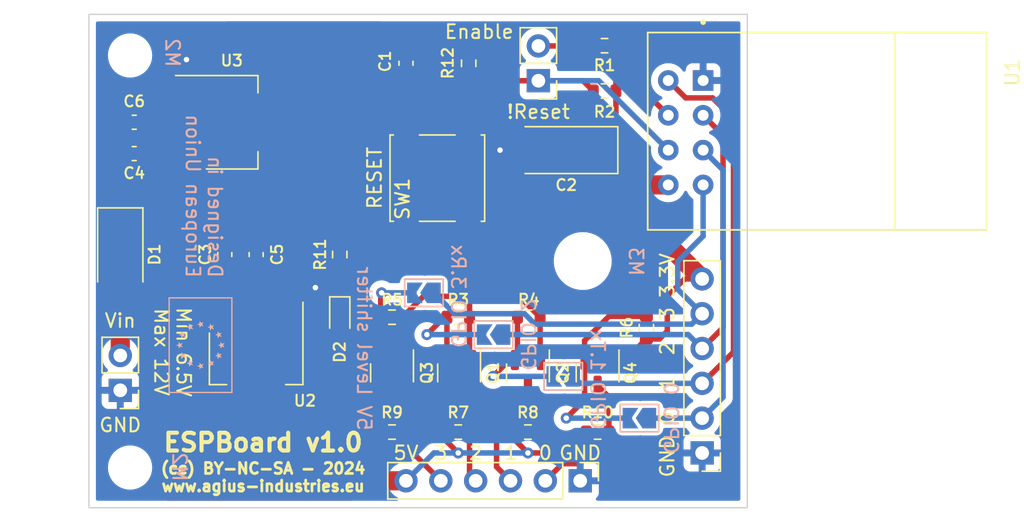
<source format=kicad_pcb>
(kicad_pcb (version 20211014) (generator pcbnew)
  (layers (0 "F.Cu" signal) (31 "B.Cu" signal) (34 "B.Paste" user) (35 "F.Paste" user) (36 "B.SilkS" user "B.Silkscreen") (37 "F.SilkS" user "F.Silkscreen") (38 "B.Mask" user) (39 "F.Mask" user) (44 "Edge.Cuts" user))
  (net 0 "")
  (net 1 "Net-(C1-Pad1)")
  (net 2 "GND")
  (net 3 "+3.3V")
  (net 4 "VCC")
  (net 5 "+5V")
  (net 6 "Net-(D1-Pad2)")
  (net 7 "Net-(D2-Pad1)")
  (net 8 "Net-(J1-Pad2)")
  (net 9 "Net-(J2-Pad2)")
  (net 10 "Net-(J2-Pad3)")
  (net 11 "Net-(J2-Pad4)")
  (net 12 "Net-(J2-Pad5)")
  (net 13 "Net-(J3-Pad2)")
  (net 14 "Net-(J3-Pad3)")
  (net 15 "Net-(J3-Pad4)")
  (net 16 "Net-(J3-Pad5)")
  (net 17 "Net-(Q1-Pad2)")
  (net 18 "Net-(Q2-Pad2)")
  (net 19 "Net-(Q3-Pad2)")
  (net 20 "Net-(Q4-Pad2)")
  (net 21 "Net-(R12-Pad2)")
  (footprint "MountingHole:MountingHole_3.2mm_M3" (layer "F.Cu") (at 178.24 115.536)
    (fp_text reference "H3")
    (fp_text value "MountingHole_3.2mm_M3")
    (pad "" np_thru_hole circle (at 0 0) (size 3.2 3.2) (drill 3.2) (layers *.Cu *.Mask))
  )
  (footprint "ESP8266-01_ESP-01:XCVR_ESP8266-01_ESP-01" (layer "F.Cu") (at 195.326 106.172 -90)
    (fp_text reference "U1" (at -4.385 -14.235 90) (layer "F.SilkS"))
    (fp_text value "ESP8266-01_ESP-01")
    (pad "1" thru_hole rect locked (at -3.81 8.31 270) (size 1.5 1.5) (drill 0.8) (layers *.Cu *.Mask) (net 2 "GND"))
    (pad "2" thru_hole circle locked (at -1.27 8.31 270) (size 1.5 1.5) (drill 0.8) (layers *.Cu *.Mask) (net 11 "Net-(J2-Pad4)"))
    (pad "3" thru_hole circle locked (at 1.27 8.31 270) (size 1.5 1.5) (drill 0.8) (layers *.Cu *.Mask) (net 9 "Net-(J2-Pad2)"))
    (pad "4" thru_hole circle locked (at 3.81 8.31 270) (size 1.5 1.5) (drill 0.8) (layers *.Cu *.Mask) (net 12 "Net-(J2-Pad5)"))
    (pad "5" thru_hole circle locked (at -3.81 10.85 270) (size 1.5 1.5) (drill 0.8) (layers *.Cu *.Mask) (net 10 "Net-(J2-Pad3)"))
    (pad "6" thru_hole circle locked (at -1.27 10.85 270) (size 1.5 1.5) (drill 0.8) (layers *.Cu *.Mask) (net 8 "Net-(J1-Pad2)"))
    (pad "7" thru_hole circle locked (at 1.27 10.85 270) (size 1.5 1.5) (drill 0.8) (layers *.Cu *.Mask) (net 1 "Net-(C1-Pad1)"))
    (pad "8" thru_hole circle locked (at 3.81 10.85 270) (size 1.5 1.5) (drill 0.8) (layers *.Cu *.Mask) (net 3 "+3.3V"))
    (zone (net 0) (net_name "") (layer "F.Cu") (connect_pads (clearance 0)) (min_thickness 0.01)
      (keepout (tracks not_allowed) (vias not_allowed) (pads not_allowed) (copperpour not_allowed) (footprints allowed))
      (fill (thermal_gap 0.508) (thermal_bridge_width 0.508))
      (polygon (pts (xy 207.676 98.862) (xy 207.676 113.262) (xy 200.976 113.262) (xy 200.976 98.862)))
    )
  )
  (footprint "Connector_PinHeader_2.54mm:PinHeader_1x02_P2.54mm_Vertical" (layer "F.Cu") (at 175.006 102.38 180)
    (fp_text reference "J1")
    (fp_text value "Controls")
    (pad "1" thru_hole rect (at 0 0 180) (size 1.7 1.7) (drill 1) (layers *.Cu *.Mask) (net 1 "Net-(C1-Pad1)"))
    (pad "2" thru_hole oval (at 0 2.54 180) (size 1.7 1.7) (drill 1) (layers *.Cu *.Mask) (net 8 "Net-(J1-Pad2)"))
  )
  (footprint "Capacitor_SMD:C_0603_1608Metric" (layer "F.Cu") (at 145.542 105.41 180)
    (fp_text reference "C6" (at 0 1.524) (layer "F.SilkS") (effects (font (size 0.8 0.8))))
    (fp_text value "22uF")
    (pad "1" smd roundrect (at -0.775 0 180) (size 0.9 0.95) (layers "F.Cu" "F.Paste" "F.Mask") (net 3 "+3.3V"))
    (pad "2" smd roundrect (at 0.775 0 180) (size 0.9 0.95) (layers "F.Cu" "F.Paste" "F.Mask") (net 2 "GND"))
  )
  (footprint "Capacitor_SMD:C_0603_1608Metric" (layer "F.Cu") (at 165.354 101.105 -90)
    (fp_text reference "C1" (at -0.14058 1.524 -270) (layer "F.SilkS") (effects (font (size 0.8 0.8))))
    (fp_text value "100nF")
    (pad "1" smd roundrect (at -0.775 0 270) (size 0.9 0.95) (layers "F.Cu" "F.Paste" "F.Mask") (net 1 "Net-(C1-Pad1)"))
    (pad "2" smd roundrect (at 0.775 0 270) (size 0.9 0.95) (layers "F.Cu" "F.Paste" "F.Mask") (net 2 "GND"))
  )
  (footprint "Connector_PinHeader_2.54mm:PinHeader_1x02_P2.54mm_Vertical" (layer "F.Cu") (at 144.526 124.968 180)
    (fp_text reference "J4")
    (fp_text value "Input Power")
    (pad "1" thru_hole rect (at 0 0 180) (size 1.7 1.7) (drill 1) (layers *.Cu *.Mask) (net 2 "GND"))
    (pad "2" thru_hole oval (at 0 2.54 180) (size 1.7 1.7) (drill 1) (layers *.Cu *.Mask) (net 6 "Net-(D1-Pad2)"))
  )
  (footprint "Package_TO_SOT_SMD:SOT-223-3_TabPin2" (layer "F.Cu") (at 154.432 122.6435 -90)
    (fp_text reference "U2" (at 3.0865 -3.556 180) (layer "F.SilkS") (effects (font (size 0.8 0.8))))
    (fp_text value "AMS1117-5.0")
    (pad "1" smd rect (at -3.15 -2.3 270) (size 2 1.5) (layers "F.Cu" "F.Paste" "F.Mask") (net 2 "GND"))
    (pad "2" smd rect (at 3.15 0 270) (size 2 3.8) (layers "F.Cu" "F.Paste" "F.Mask") (net 5 "+5V"))
    (pad "2" smd rect (at -3.15 0 270) (size 2 1.5) (layers "F.Cu" "F.Paste" "F.Mask") (net 5 "+5V"))
    (pad "3" smd rect (at -3.15 2.3 270) (size 2 1.5) (layers "F.Cu" "F.Paste" "F.Mask") (net 4 "VCC"))
  )
  (footprint "Capacitor_Tantalum_SMD:CP_EIA-6032-28_Kemet-C" (layer "F.Cu") (at 177.038 107.442 180)
    (fp_text reference "C2" (at 0 -2.55) (layer "F.SilkS") (effects (font (size 0.8 0.8))))
    (fp_text value "220uF")
    (pad "1" smd roundrect (at -2.4625 0 180) (size 2.075 2.35) (layers "F.Cu" "F.Paste" "F.Mask") (roundrect_rratio 0.1204819277) (net 3 "+3.3V"))
    (pad "2" smd roundrect (at 2.4625 0 180) (size 2.075 2.35) (layers "F.Cu" "F.Paste" "F.Mask") (roundrect_rratio 0.1204819277) (net 2 "GND"))
  )
  (footprint "LED_SMD:LED_0603_1608Metric" (layer "F.Cu") (at 160.528 119.634 -90)
    (fp_text reference "D2" (at 2.54 0 -270) (layer "F.SilkS") (effects (font (size 0.8 0.8))))
    (fp_text value "LED Red")
    (pad "1" smd roundrect (at -0.7875 0 270) (size 0.875 0.95) (layers "F.Cu" "F.Paste" "F.Mask") (net 7 "Net-(D2-Pad1)"))
    (pad "2" smd roundrect (at 0.7875 0 270) (size 0.875 0.95) (layers "F.Cu" "F.Paste" "F.Mask") (net 5 "+5V"))
  )
  (footprint "Package_TO_SOT_SMD:SOT-23" (layer "F.Cu") (at 174.244 123.698 -90)
    (fp_text reference "Q2" (at 0 -2.54 90) (layer "F.SilkS") (effects (font (size 0.8 0.8))))
    (fp_text value "BSS138")
    (pad "1" smd roundrect (at -0.9375 -0.95 270) (size 1.475 0.6) (layers "F.Cu" "F.Paste" "F.Mask") (net 3 "+3.3V"))
    (pad "2" smd roundrect (at -0.9375 0.95 270) (size 1.475 0.6) (layers "F.Cu" "F.Paste" "F.Mask") (net 18 "Net-(Q2-Pad2)"))
    (pad "3" smd roundrect (at 0.9375 0 270) (size 1.475 0.6) (layers "F.Cu" "F.Paste" "F.Mask") (net 14 "Net-(J3-Pad3)"))
  )
  (footprint "Resistor_SMD:R_0603_1608Metric" (layer "F.Cu") (at 169.164 128.016)
    (fp_text reference "R7" (at 0 -1.43) (layer "F.SilkS") (effects (font (size 0.8 0.8))))
    (fp_text value "10k")
    (pad "1" smd roundrect (at -0.825 0) (size 0.8 0.95) (layers "F.Cu" "F.Paste" "F.Mask") (net 5 "+5V"))
    (pad "2" smd roundrect (at 0.825 0) (size 0.8 0.95) (layers "F.Cu" "F.Paste" "F.Mask") (net 15 "Net-(J3-Pad4)"))
  )
  (footprint "Resistor_SMD:R_0603_1608Metric" (layer "F.Cu") (at 169.164 119.634 180)
    (fp_text reference "R3" (at 0 1.27) (layer "F.SilkS") (effects (font (size 0.8 0.8))))
    (fp_text value "10k")
    (pad "1" smd roundrect (at -0.825 0 180) (size 0.8 0.95) (layers "F.Cu" "F.Paste" "F.Mask") (net 3 "+3.3V"))
    (pad "2" smd roundrect (at 0.825 0 180) (size 0.8 0.95) (layers "F.Cu" "F.Paste" "F.Mask") (net 17 "Net-(Q1-Pad2)"))
  )
  (footprint "MountingHole:MountingHole_2.2mm_M2" (layer "F.Cu") (at 145.24 100.536)
    (fp_text reference "H1")
    (fp_text value "MountingHole_2.2mm_M2")
    (pad "" np_thru_hole circle (at 0 0) (size 2.2 2.2) (drill 2.2) (layers *.Cu *.Mask))
  )
  (footprint "Resistor_SMD:R_0603_1608Metric" (layer "F.Cu") (at 164.338 128.016)
    (fp_text reference "R9" (at 0 -1.43) (layer "F.SilkS") (effects (font (size 0.8 0.8))))
    (fp_text value "10k")
    (pad "1" smd roundrect (at -0.825 0) (size 0.8 0.95) (layers "F.Cu" "F.Paste" "F.Mask") (net 5 "+5V"))
    (pad "2" smd roundrect (at 0.825 0) (size 0.8 0.95) (layers "F.Cu" "F.Paste" "F.Mask") (net 16 "Net-(J3-Pad5)"))
  )
  (footprint "Connector_PinHeader_2.54mm:PinHeader_1x06_P2.54mm_Vertical" (layer "F.Cu") (at 186.944 129.54 180)
    (fp_text reference "J2")
    (fp_text value "GPIO 3.3V")
    (pad "1" thru_hole rect (at 0 0 180) (size 1.7 1.7) (drill 1) (layers *.Cu *.Mask) (net 2 "GND"))
    (pad "2" thru_hole oval (at 0 2.54 180) (size 1.7 1.7) (drill 1) (layers *.Cu *.Mask) (net 9 "Net-(J2-Pad2)"))
    (pad "3" thru_hole oval (at 0 5.08 180) (size 1.7 1.7) (drill 1) (layers *.Cu *.Mask) (net 10 "Net-(J2-Pad3)"))
    (pad "4" thru_hole oval (at 0 7.62 180) (size 1.7 1.7) (drill 1) (layers *.Cu *.Mask) (net 11 "Net-(J2-Pad4)"))
    (pad "5" thru_hole oval (at 0 10.16 180) (size 1.7 1.7) (drill 1) (layers *.Cu *.Mask) (net 12 "Net-(J2-Pad5)"))
    (pad "6" thru_hole oval (at 0 12.7 180) (size 1.7 1.7) (drill 1) (layers *.Cu *.Mask) (net 3 "+3.3V"))
  )
  (footprint "Diode_SMD:D_SMA" (layer "F.Cu") (at 144.526 115.057 -90)
    (fp_text reference "D1" (at 0 -2.5 90) (layer "F.SilkS") (effects (font (size 0.8 0.8))))
    (fp_text value "SS34")
    (pad "1" smd rect (at -2 0 270) (size 2.5 1.8) (layers "F.Cu" "F.Paste" "F.Mask") (net 4 "VCC"))
    (pad "2" smd rect (at 2 0 270) (size 2.5 1.8) (layers "F.Cu" "F.Paste" "F.Mask") (net 6 "Net-(D1-Pad2)"))
  )
  (footprint "Connector_PinHeader_2.54mm:PinHeader_1x06_P2.54mm_Vertical" (layer "F.Cu") (at 178.054 131.572 -90)
    (fp_text reference "J3")
    (fp_text value "GPIO 5V")
    (pad "1" thru_hole rect (at 0 0 270) (size 1.7 1.7) (drill 1) (layers *.Cu *.Mask) (net 2 "GND"))
    (pad "2" thru_hole oval (at 0 2.54 270) (size 1.7 1.7) (drill 1) (layers *.Cu *.Mask) (net 13 "Net-(J3-Pad2)"))
    (pad "3" thru_hole oval (at 0 5.08 270) (size 1.7 1.7) (drill 1) (layers *.Cu *.Mask) (net 14 "Net-(J3-Pad3)"))
    (pad "4" thru_hole oval (at 0 7.62 270) (size 1.7 1.7) (drill 1) (layers *.Cu *.Mask) (net 15 "Net-(J3-Pad4)"))
    (pad "5" thru_hole oval (at 0 10.16 270) (size 1.7 1.7) (drill 1) (layers *.Cu *.Mask) (net 16 "Net-(J3-Pad5)"))
    (pad "6" thru_hole oval (at 0 12.7 270) (size 1.7 1.7) (drill 1) (layers *.Cu *.Mask) (net 5 "+5V"))
  )
  (footprint "Package_TO_SOT_SMD:SOT-23" (layer "F.Cu") (at 179.324 123.698 -90)
    (fp_text reference "Q4" (at 0 -2.4 90) (layer "F.SilkS") (effects (font (size 0.8 0.8))))
    (fp_text value "BSS138")
    (pad "1" smd roundrect (at -0.9375 -0.95 270) (size 1.475 0.6) (layers "F.Cu" "F.Paste" "F.Mask") (net 3 "+3.3V"))
    (pad "2" smd roundrect (at -0.9375 0.95 270) (size 1.475 0.6) (layers "F.Cu" "F.Paste" "F.Mask") (net 20 "Net-(Q4-Pad2)"))
    (pad "3" smd roundrect (at 0.9375 0 270) (size 1.475 0.6) (layers "F.Cu" "F.Paste" "F.Mask") (net 13 "Net-(J3-Pad2)"))
  )
  (footprint "Resistor_SMD:R_0603_1608Metric" (layer "F.Cu") (at 179.324 128.016)
    (fp_text reference "R10" (at 0 -1.43) (layer "F.SilkS") (effects (font (size 0.8 0.8))))
    (fp_text value "10k")
    (pad "1" smd roundrect (at -0.825 0) (size 0.8 0.95) (layers "F.Cu" "F.Paste" "F.Mask") (net 5 "+5V"))
    (pad "2" smd roundrect (at 0.825 0) (size 0.8 0.95) (layers "F.Cu" "F.Paste" "F.Mask") (net 13 "Net-(J3-Pad2)"))
  )
  (footprint "Resistor_SMD:R_0603_1608Metric" (layer "F.Cu") (at 179.832 103.124 180)
    (fp_text reference "R2" (at 0 -1.524) (layer "F.SilkS") (effects (font (size 0.8 0.8))))
    (fp_text value "10k")
    (pad "1" smd roundrect (at -0.825 0 180) (size 0.8 0.95) (layers "F.Cu" "F.Paste" "F.Mask") (net 3 "+3.3V"))
    (pad "2" smd roundrect (at 0.825 0 180) (size 0.8 0.95) (layers "F.Cu" "F.Paste" "F.Mask") (net 1 "Net-(C1-Pad1)"))
  )
  (footprint "Capacitor_SMD:C_0603_1608Metric" (layer "F.Cu") (at 154.432 115.062 90)
    (fp_text reference "C5" (at 0 1.524 90) (layer "F.SilkS") (effects (font (size 0.8 0.8))))
    (fp_text value "22uF")
    (pad "1" smd roundrect (at -0.775 0 90) (size 0.9 0.95) (layers "F.Cu" "F.Paste" "F.Mask") (net 5 "+5V"))
    (pad "2" smd roundrect (at 0.775 0 90) (size 0.9 0.95) (layers "F.Cu" "F.Paste" "F.Mask") (net 2 "GND"))
  )
  (footprint "Resistor_SMD:R_0603_1608Metric" (layer "F.Cu") (at 174.307 119.634 180)
    (fp_text reference "R4" (at 0 1.27) (layer "F.SilkS") (effects (font (size 0.8 0.8))))
    (fp_text value "10k")
    (pad "1" smd roundrect (at -0.825 0 180) (size 0.8 0.95) (layers "F.Cu" "F.Paste" "F.Mask") (net 3 "+3.3V"))
    (pad "2" smd roundrect (at 0.825 0 180) (size 0.8 0.95) (layers "F.Cu" "F.Paste" "F.Mask") (net 18 "Net-(Q2-Pad2)"))
  )
  (footprint "Resistor_SMD:R_0603_1608Metric" (layer "F.Cu") (at 182.88 120.396 90)
    (fp_text reference "R6" (at 0 -1.43 90) (layer "F.SilkS") (effects (font (size 0.8 0.8))))
    (fp_text value "10k")
    (pad "1" smd roundrect (at -0.825 0 90) (size 0.8 0.95) (layers "F.Cu" "F.Paste" "F.Mask") (net 3 "+3.3V"))
    (pad "2" smd roundrect (at 0.825 0 90) (size 0.8 0.95) (layers "F.Cu" "F.Paste" "F.Mask") (net 20 "Net-(Q4-Pad2)"))
  )
  (footprint "Package_TO_SOT_SMD:SOT-23" (layer "F.Cu") (at 164.338 123.698 -90)
    (fp_text reference "Q3" (at 0 -2.54 90) (layer "F.SilkS") (effects (font (size 0.8 0.8))))
    (fp_text value "BSS138")
    (pad "1" smd roundrect (at -0.9375 -0.95 270) (size 1.475 0.6) (layers "F.Cu" "F.Paste" "F.Mask") (net 3 "+3.3V"))
    (pad "2" smd roundrect (at -0.9375 0.95 270) (size 1.475 0.6) (layers "F.Cu" "F.Paste" "F.Mask") (net 19 "Net-(Q3-Pad2)"))
    (pad "3" smd roundrect (at 0.9375 0 270) (size 1.475 0.6) (layers "F.Cu" "F.Paste" "F.Mask") (net 16 "Net-(J3-Pad5)"))
  )
  (footprint "Resistor_SMD:R_0603_1608Metric" (layer "F.Cu") (at 179.832 99.822 180)
    (fp_text reference "R1" (at 0 -1.43) (layer "F.SilkS") (effects (font (size 0.8 0.8))))
    (fp_text value "10k")
    (pad "1" smd roundrect (at -0.825 0 180) (size 0.8 0.95) (layers "F.Cu" "F.Paste" "F.Mask") (net 3 "+3.3V"))
    (pad "2" smd roundrect (at 0.825 0 180) (size 0.8 0.95) (layers "F.Cu" "F.Paste" "F.Mask") (net 8 "Net-(J1-Pad2)"))
  )
  (footprint "Resistor_SMD:R_0603_1608Metric" (layer "F.Cu") (at 174.244 128.016)
    (fp_text reference "R8" (at 0 -1.43) (layer "F.SilkS") (effects (font (size 0.8 0.8))))
    (fp_text value "10k")
    (pad "1" smd roundrect (at -0.825 0) (size 0.8 0.95) (layers "F.Cu" "F.Paste" "F.Mask") (net 5 "+5V"))
    (pad "2" smd roundrect (at 0.825 0) (size 0.8 0.95) (layers "F.Cu" "F.Paste" "F.Mask") (net 14 "Net-(J3-Pad3)"))
  )
  (footprint "Capacitor_SMD:C_0603_1608Metric" (layer "F.Cu") (at 152.146 115.062 90)
    (fp_text reference "C3" (at 0 -1.43 90) (layer "F.SilkS") (effects (font (size 0.8 0.8))))
    (fp_text value "22uF")
    (pad "1" smd roundrect (at -0.775 0 90) (size 0.9 0.95) (layers "F.Cu" "F.Paste" "F.Mask") (net 4 "VCC"))
    (pad "2" smd roundrect (at 0.775 0 90) (size 0.9 0.95) (layers "F.Cu" "F.Paste" "F.Mask") (net 2 "GND"))
  )
  (footprint "Resistor_SMD:R_0603_1608Metric" (layer "F.Cu") (at 164.338 119.634 180)
    (fp_text reference "R5" (at 0 1.27) (layer "F.SilkS") (effects (font (size 0.8 0.8))))
    (fp_text value "10k")
    (pad "1" smd roundrect (at -0.825 0 180) (size 0.8 0.95) (layers "F.Cu" "F.Paste" "F.Mask") (net 3 "+3.3V"))
    (pad "2" smd roundrect (at 0.825 0 180) (size 0.8 0.95) (layers "F.Cu" "F.Paste" "F.Mask") (net 19 "Net-(Q3-Pad2)"))
  )
  (footprint "Resistor_SMD:R_0603_1608Metric" (layer "F.Cu") (at 160.528 115.062 90)
    (fp_text reference "R11" (at 0 -1.43 90) (layer "F.SilkS") (effects (font (size 0.8 0.8))))
    (fp_text value "1k")
    (pad "1" smd roundrect (at -0.825 0 90) (size 0.8 0.95) (layers "F.Cu" "F.Paste" "F.Mask") (net 7 "Net-(D2-Pad1)"))
    (pad "2" smd roundrect (at 0.825 0 90) (size 0.8 0.95) (layers "F.Cu" "F.Paste" "F.Mask") (net 2 "GND"))
  )
  (footprint "MountingHole:MountingHole_2.2mm_M2" (layer "F.Cu") (at 145.24 130.604)
    (fp_text reference "H2")
    (fp_text value "MountingHole_2.2mm_M2")
    (pad "" np_thru_hole circle (at 0 0) (size 2.2 2.2) (drill 2.2) (layers *.Cu *.Mask))
  )
  (footprint "Resistor_SMD:R_0603_1608Metric" (layer "F.Cu") (at 169.926 101.105 -90)
    (fp_text reference "R12" (at -0.013 1.524 90) (layer "F.SilkS") (effects (font (size 0.8 0.8))))
    (fp_text value "1k")
    (pad "1" smd roundrect (at -0.825 0 270) (size 0.8 0.95) (layers "F.Cu" "F.Paste" "F.Mask") (net 1 "Net-(C1-Pad1)"))
    (pad "2" smd roundrect (at 0.825 0 270) (size 0.8 0.95) (layers "F.Cu" "F.Paste" "F.Mask") (net 21 "Net-(R12-Pad2)"))
  )
  (footprint "Capacitor_SMD:C_0603_1608Metric" (layer "F.Cu") (at 145.542 107.696 180)
    (fp_text reference "C4" (at 0 -1.43) (layer "F.SilkS") (effects (font (size 0.8 0.8))))
    (fp_text value "22uF")
    (pad "1" smd roundrect (at -0.775 0 180) (size 0.9 0.95) (layers "F.Cu" "F.Paste" "F.Mask") (net 4 "VCC"))
    (pad "2" smd roundrect (at 0.775 0 180) (size 0.9 0.95) (layers "F.Cu" "F.Paste" "F.Mask") (net 2 "GND"))
  )
  (footprint "Package_TO_SOT_SMD:SOT-223-3_TabPin2" (layer "F.Cu") (at 152.654 105.41)
    (fp_text reference "U3" (at 0 -4.5) (layer "F.SilkS") (effects (font (size 0.8 0.8))))
    (fp_text value "AMS1117-3.3")
    (pad "1" smd rect (at -3.15 -2.3) (size 2 1.5) (layers "F.Cu" "F.Paste" "F.Mask") (net 2 "GND"))
    (pad "2" smd rect (at -3.15 0) (size 2 1.5) (layers "F.Cu" "F.Paste" "F.Mask") (net 3 "+3.3V"))
    (pad "2" smd rect (at 3.15 0) (size 2 3.8) (layers "F.Cu" "F.Paste" "F.Mask") (net 3 "+3.3V"))
    (pad "3" smd rect (at -3.15 2.3) (size 2 1.5) (layers "F.Cu" "F.Paste" "F.Mask") (net 4 "VCC"))
  )
  (footprint "Package_TO_SOT_SMD:SOT-23" (layer "F.Cu") (at 169.227 123.698 -90)
    (fp_text reference "Q1" (at 0 -2.477 90) (layer "F.SilkS") (effects (font (size 0.8 0.8))))
    (fp_text value "BSS138")
    (pad "1" smd roundrect (at -0.9375 -0.95 270) (size 1.475 0.6) (layers "F.Cu" "F.Paste" "F.Mask") (net 3 "+3.3V"))
    (pad "2" smd roundrect (at -0.9375 0.95 270) (size 1.475 0.6) (layers "F.Cu" "F.Paste" "F.Mask") (net 17 "Net-(Q1-Pad2)"))
    (pad "3" smd roundrect (at 0.9375 0 270) (size 1.475 0.6) (layers "F.Cu" "F.Paste" "F.Mask") (net 15 "Net-(J3-Pad4)"))
  )
  (footprint "custom_switch:SW_SPST_C2874283" (layer "F.Cu") (at 167.64 109.487 90)
    (fp_text reference "SW1" (at -1.511 -2.54 90) (layer "F.SilkS"))
    (fp_text value "Reset")
    (pad "1" smd rect (at -4.375 -2.25 90) (size 2.25 1.3) (layers "F.Cu" "F.Paste" "F.Mask") (net 2 "GND"))
    (pad "1" smd rect (at 4.375 -2.25 90) (size 2.25 1.3) (layers "F.Cu" "F.Paste" "F.Mask") (net 2 "GND"))
    (pad "2" smd rect (at 4.375 2.25 90) (size 2.25 1.3) (layers "F.Cu" "F.Paste" "F.Mask") (net 21 "Net-(R12-Pad2)"))
    (pad "2" smd rect (at -4.375 2.25 90) (size 2.25 1.3) (layers "F.Cu" "F.Paste" "F.Mask") (net 21 "Net-(R12-Pad2)"))
  )
  (footprint "Jumper:SolderJumper-2_P1.3mm_Open_TrianglePad1.0x1.5mm" (layer "B.Cu") (at 182.372 127 180)
    (fp_text reference "SW5" hide)
    (fp_text value "SW_SPST")
    (pad "1" smd custom (at -0.725 0 180) (size 0.3 0.3) (layers "B.Cu" "B.Mask") (net 9 "Net-(J2-Pad2)") (options (clearance outline) (anchor rect)) (primitives (gr_poly (pts (xy 1 0) (xy 0.5 -0.75) (xy -0.5 -0.75) (xy -0.5 0.75) (xy 0.5 0.75)) (width 0) (fill yes))))
    (pad "2" smd custom (at 0.725 0 180) (size 0.3 0.3) (layers "B.Cu" "B.Mask") (net 20 "Net-(Q4-Pad2)") (options (clearance outline) (anchor rect)) (primitives (gr_poly (pts (xy 0.5 -0.75) (xy -0.65 -0.75) (xy -0.15 0) (xy -0.65 0.75) (xy 0.5 0.75)) (width 0) (fill yes))))
  )
  (footprint "Jumper:SolderJumper-2_P1.3mm_Open_TrianglePad1.0x1.5mm" (layer "B.Cu") (at 171.741 120.904 180)
    (fp_text reference "SW2" hide)
    (fp_text value "SW_SPST")
    (pad "1" smd custom (at -0.725 0 180) (size 0.3 0.3) (layers "B.Cu" "B.Mask") (net 11 "Net-(J2-Pad4)") (options (clearance outline) (anchor rect)) (primitives (gr_poly (pts (xy 1 0) (xy 0.5 -0.75) (xy -0.5 -0.75) (xy -0.5 0.75) (xy 0.5 0.75)) (width 0) (fill yes))))
    (pad "2" smd custom (at 0.725 0 180) (size 0.3 0.3) (layers "B.Cu" "B.Mask") (net 17 "Net-(Q1-Pad2)") (options (clearance outline) (anchor rect)) (primitives (gr_poly (pts (xy 0.5 -0.75) (xy -0.65 -0.75) (xy -0.15 0) (xy -0.65 0.75) (xy 0.5 0.75)) (width 0) (fill yes))))
  )
  (footprint "LOGO" (layer "B.Cu") (at 150.368 121.666 -90)
    (fp_text reference "G1" hide)
    (fp_text value "LOGO" hide)
  )
  (footprint "Jumper:SolderJumper-2_P1.3mm_Open_TrianglePad1.0x1.5mm" (layer "B.Cu") (at 166.661 117.856 180)
    (fp_text reference "SW4" hide)
    (fp_text value "SW_SPST")
    (pad "1" smd custom (at -0.725 0 180) (size 0.3 0.3) (layers "B.Cu" "B.Mask") (net 12 "Net-(J2-Pad5)") (options (clearance outline) (anchor rect)) (primitives (gr_poly (pts (xy 1 0) (xy 0.5 -0.75) (xy -0.5 -0.75) (xy -0.5 0.75) (xy 0.5 0.75)) (width 0) (fill yes))))
    (pad "2" smd custom (at 0.725 0 180) (size 0.3 0.3) (layers "B.Cu" "B.Mask") (net 19 "Net-(Q3-Pad2)") (options (clearance outline) (anchor rect)) (primitives (gr_poly (pts (xy 0.5 -0.75) (xy -0.65 -0.75) (xy -0.15 0) (xy -0.65 0.75) (xy 0.5 0.75)) (width 0) (fill yes))))
  )
  (footprint "Jumper:SolderJumper-2_P1.3mm_Open_TrianglePad1.0x1.5mm" (layer "B.Cu") (at 176.821 123.952 180)
    (fp_text reference "SW3" hide)
    (fp_text value "SW_SPST")
    (pad "1" smd custom (at -0.725 0 180) (size 0.3 0.3) (layers "B.Cu" "B.Mask") (net 10 "Net-(J2-Pad3)") (options (clearance outline) (anchor rect)) (primitives (gr_poly (pts (xy 1 0) (xy 0.5 -0.75) (xy -0.5 -0.75) (xy -0.5 0.75) (xy 0.5 0.75)) (width 0) (fill yes))))
    (pad "2" smd custom (at 0.725 0 180) (size 0.3 0.3) (layers "B.Cu" "B.Mask") (net 18 "Net-(Q2-Pad2)") (options (clearance outline) (anchor rect)) (primitives (gr_poly (pts (xy 0.5 -0.75) (xy -0.65 -0.75) (xy -0.15 0) (xy -0.65 0.75) (xy 0.5 0.75)) (width 0) (fill yes))))
  )
  (gr_rect (start 142.24 133.536) (end 190.24 97.536) (layer "Edge.Cuts") (width 0.1) (fill none))
  (gr_text "M3" (at 182.118 115.57 270) (layer "B.SilkS") (effects (font (size 1 1)) (justify mirror)))
  (gr_text "5V Level shifter" (at 162.306 121.92 270) (layer "B.SilkS") (effects (font (size 1 1)) (justify mirror)))
  (gr_text "M2" (at 148.336 100.33 270) (layer "B.SilkS") (effects (font (size 1 1)) (justify mirror)))
  (gr_text "GPIO 0" (at 184.658 127 270) (layer "B.SilkS") (effects (font (size 1 1)) (justify mirror)))
  (gr_text "M2" (at 148.844 130.556 270) (layer "B.SilkS") (effects (font (size 1 1)) (justify mirror)))
  (gr_text "GPIO 1.Tx" (at 179.324 124.206 270) (layer "B.SilkS") (effects (font (size 1 1)) (justify mirror)))
  (gr_text "GPIO 3.Rx" (at 169.164 118.11 270) (layer "B.SilkS") (effects (font (size 1 1)) (justify mirror)))
  (gr_text "GPIO 2" (at 174.244 120.904 270) (layer "B.SilkS") (effects (font (size 1 1)) (justify mirror)))
  (gr_text "Designed in\nEuropean Union" (at 150.622 116.84 270) (layer "B.SilkS") (effects (font (size 1 1)) (justify left mirror)))
  (gr_text "!Reset" (at 175.006 104.648) (layer "F.SilkS") (effects (font (size 1 1))))
  (gr_text "RESET" (at 163.068 109.474 90) (layer "F.SilkS") (effects (font (size 1 1))))
  (gr_text "3.3V" (at 184.404 116.586 90) (layer "F.SilkS") (effects (font (size 1 1))))
  (gr_text "3" (at 167.894 129.54) (layer "F.SilkS") (effects (font (size 1 1))))
  (gr_text "1" (at 184.404 124.46 90) (layer "F.SilkS") (effects (font (size 1 1))))
  (gr_text "2" (at 184.404 121.92 90) (layer "F.SilkS") (effects (font (size 1 1))))
  (gr_text "GND" (at 144.526 127.508) (layer "F.SilkS") (effects (font (size 1 1))))
  (gr_text "0" (at 184.404 127 90) (layer "F.SilkS") (effects (font (size 1 1))))
  (gr_text "2" (at 170.434 129.54) (layer "F.SilkS") (effects (font (size 1 1))))
  (gr_text "GND" (at 184.404 129.794 90) (layer "F.SilkS") (effects (font (size 1 1))))
  (gr_text "0" (at 175.514 129.54) (layer "F.SilkS") (effects (font (size 1 1))))
  (gr_text "GND" (at 178.054 129.54) (layer "F.SilkS") (effects (font (size 1 1))))
  (gr_text "ESPBoard v1.0" (at 154.94 128.778) (layer "F.SilkS") (effects (font (size 1.3 1.3) (thickness 0.3))))
  (gr_text "Min 6.5V\nMax 12V" (at 148.336 122.174 270) (layer "F.SilkS") (effects (font (size 1 1))))
  (gr_text "(cc) BY-NC-SA - 2024\nwww.agius-industries.eu" (at 154.94 131.318) (layer "F.SilkS") (effects (font (size 0.8 0.8) (thickness 0.2))))
  (gr_text "3" (at 184.404 119.38 90) (layer "F.SilkS") (effects (font (size 1 1))))
  (gr_text "5V" (at 165.354 129.54) (layer "F.SilkS") (effects (font (size 1 1))))
  (gr_text "Enable" (at 170.688 98.806) (layer "F.SilkS") (effects (font (size 1 1))))
  (gr_text "Vin" (at 144.526 119.888) (layer "F.SilkS") (effects (font (size 1 1))))
  (gr_text "1" (at 173.004 129.54) (layer "F.SilkS") (effects (font (size 1 1))))
  (segment (start 178.263 102.38) (end 175.006 102.38) (width 0.4) (layer "F.Cu") (net 1))
  (segment (start 169.876 100.33) (end 169.926 100.28) (width 0.4) (layer "F.Cu") (net 1))
  (segment (start 172.026 102.38) (end 175.006 102.38) (width 0.4) (layer "F.Cu") (net 1))
  (segment (start 165.354 100.33) (end 169.876 100.33) (width 0.4) (layer "F.Cu") (net 1))
  (segment (start 169.926 100.28) (end 172.026 102.38) (width 0.4) (layer "F.Cu") (net 1))
  (segment (start 179.007 103.124) (end 178.263 102.38) (width 0.4) (layer "F.Cu") (net 1))
  (segment (start 175.006 102.38) (end 179.414 102.38) (width 0.4) (layer "B.Cu") (net 1))
  (segment (start 179.414 102.38) (end 184.476 107.442) (width 0.4) (layer "B.Cu") (net 1))
  (segment (start 158.813 114.237) (end 154.482 114.237) (width 0.4) (layer "F.Cu") (net 2))
  (segment (start 152.146 114.287) (end 154.432 114.287) (width 0.4) (layer "F.Cu") (net 2))
  (segment (start 158.75 117.4755) (end 156.732 119.4935) (width 1) (layer "F.Cu") (net 2))
  (segment (start 154.482 114.237) (end 154.432 114.287) (width 0.4) (layer "F.Cu") (net 2))
  (segment (start 149.352 102.958) (end 149.504 103.11) (width 1) (layer "F.Cu") (net 2))
  (segment (start 160.528 114.237) (end 158.813 114.237) (width 0.4) (layer "F.Cu") (net 2))
  (segment (start 144.767 105.41) (end 147.067 103.11) (width 0.4) (layer "F.Cu") (net 2))
  (segment (start 167.72 107.442) (end 165.39 105.112) (width 0.4) (layer "F.Cu") (net 2))
  (segment (start 165.39 101.916) (end 165.354 101.88) (width 0.4) (layer "F.Cu") (net 2))
  (segment (start 158.813 114.237) (end 158.813 117.4125) (width 0.4) (layer "F.Cu") (net 2))
  (segment (start 149.352 100.838) (end 149.352 102.958) (width 1) (layer "F.Cu") (net 2))
  (segment (start 165.39 105.112) (end 165.39 101.916) (width 0.4) (layer "F.Cu") (net 2))
  (segment (start 172.212 107.442) (end 167.72 107.442) (width 0.4) (layer "F.Cu") (net 2))
  (segment (start 144.767 107.696) (end 144.767 105.41) (width 0.4) (layer "F.Cu") (net 2))
  (segment (start 158.813 117.4125) (end 158.75 117.4755) (width 0.4) (layer "F.Cu") (net 2))
  (segment (start 147.067 103.11) (end 149.504 103.11) (width 0.4) (layer "F.Cu") (net 2))
  (segment (start 174.5755 107.442) (end 172.212 107.442) (width 0.4) (layer "F.Cu") (net 2))
  (via (at 172.212 107.442) (size 0.8) (drill 0.4) (layers "F.Cu" "B.Cu") (net 2))
  (via (at 149.352 100.838) (size 0.8) (drill 0.4) (layers "F.Cu" "B.Cu") (net 2))
  (via (at 158.75 117.4755) (size 0.8) (drill 0.4) (layers "F.Cu" "B.Cu") (net 2))
  (segment (start 180.086 109.982) (end 179.578 109.982) (width 1.4) (layer "F.Cu") (net 3))
  (segment (start 157.988 105.41) (end 155.804 105.41) (width 1.4) (layer "F.Cu") (net 3))
  (segment (start 181.3405 122.7605) (end 182.88 121.221) (width 0.4) (layer "F.Cu") (net 3))
  (segment (start 180.657 99.822) (end 180.657 103.124) (width 0.4) (layer "F.Cu") (net 3))
  (segment (start 179.5005 109.9045) (end 179.578 109.982) (width 1.4) (layer "F.Cu") (net 3))
  (segment (start 182.88 121.221) (end 183.833 121.221) (width 0.4) (layer "F.Cu") (net 3))
  (segment (start 162.56 109.982) (end 157.988 105.41) (width 1.4) (layer "F.Cu") (net 3))
  (segment (start 165.163 119.571) (end 166.624 118.11) (width 0.4) (layer "F.Cu") (net 3))
  (segment (start 173.608 118.11) (end 172.72 118.11) (width 0.4) (layer "F.Cu") (net 3))
  (segment (start 180.657 106.2855) (end 179.5005 107.442) (width 0.4) (layer "F.Cu") (net 3))
  (segment (start 169.926 118.11) (end 172.72 118.11) (width 0.4) (layer "F.Cu") (net 3))
  (segment (start 179.5005 107.442) (end 179.5005 109.9045) (width 1.4) (layer "F.Cu") (net 3))
  (segment (start 180.657 103.124) (end 180.657 106.2855) (width 0.4) (layer "F.Cu") (net 3))
  (segment (start 175.132 119.634) (end 173.608 118.11) (width 0.4) (layer "F.Cu") (net 3))
  (segment (start 186.944 116.84) (end 180.086 109.982) (width 1.4) (layer "F.Cu") (net 3))
  (segment (start 179.578 109.982) (end 172.212 109.982) (width 1.4) (layer "F.Cu") (net 3))
  (segment (start 149.504 105.41) (end 155.804 105.41) (width 0.4) (layer "F.Cu") (net 3))
  (segment (start 172.72 110.49) (end 172.212 109.982) (width 0.4) (layer "F.Cu") (net 3))
  (segment (start 166.624 118.11) (end 169.926 118.11) (width 0.4) (layer "F.Cu") (net 3))
  (segment (start 165.163 119.634) (end 165.163 122.6355) (width 0.4) (layer "F.Cu") (net 3))
  (segment (start 184.404 118.11) (end 185.674 116.84) (width 0.4) (layer "F.Cu") (net 3))
  (segment (start 165.163 122.6355) (end 165.288 122.7605) (width 0.4) (layer "F.Cu") (net 3))
  (segment (start 172.212 109.982) (end 162.56 109.982) (width 1.4) (layer "F.Cu") (net 3))
  (segment (start 175.132 122.6985) (end 175.194 122.7605) (width 0.4) (layer "F.Cu") (net 3))
  (segment (start 185.674 116.84) (end 186.944 116.84) (width 0.4) (layer "F.Cu") (net 3))
  (segment (start 172.72 118.11) (end 172.72 110.49) (width 0.4) (layer "F.Cu") (net 3))
  (segment (start 169.989 119.634) (end 169.989 118.173) (width 0.4) (layer "F.Cu") (net 3))
  (segment (start 165.163 119.634) (end 165.163 119.571) (width 0.4) (layer "F.Cu") (net 3))
  (segment (start 169.989 122.5725) (end 170.177 122.7605) (width 0.4) (layer "F.Cu") (net 3))
  (segment (start 169.989 118.173) (end 169.926 118.11) (width 0.4) (layer "F.Cu") (net 3))
  (segment (start 169.989 119.634) (end 169.989 122.5725) (width 0.4) (layer "F.Cu") (net 3))
  (segment (start 183.833 121.221) (end 184.404 120.65) (width 0.4) (layer "F.Cu") (net 3))
  (segment (start 149.504 105.41) (end 146.317 105.41) (width 0.4) (layer "F.Cu") (net 3))
  (segment (start 184.404 120.65) (end 184.404 118.11) (width 0.4) (layer "F.Cu") (net 3))
  (segment (start 175.132 119.634) (end 175.132 122.6985) (width 0.4) (layer "F.Cu") (net 3))
  (segment (start 184.476 109.982) (end 179.578 109.982) (width 1.4) (layer "F.Cu") (net 3))
  (segment (start 180.274 122.7605) (end 181.3405 122.7605) (width 0.4) (layer "F.Cu") (net 3))
  (segment (start 152.146 119.4795) (end 152.132 119.4935) (width 0.4) (layer "F.Cu") (net 4))
  (segment (start 148.742 108.841) (end 144.526 113.057) (width 1.4) (layer "F.Cu") (net 4))
  (segment (start 146.317 107.696) (end 149.49 107.696) (width 0.4) (layer "F.Cu") (net 4))
  (segment (start 144.553 113.057) (end 144.526 113.057) (width 1.4) (layer "F.Cu") (net 4))
  (segment (start 146.812 115.316) (end 144.553 113.057) (width 1.4) (layer "F.Cu") (net 4))
  (segment (start 152.146 115.837) (end 152.146 119.4795) (width 0.4) (layer "F.Cu") (net 4))
  (segment (start 149.504 107.71) (end 149.504 108.052) (width 1.4) (layer "F.Cu") (net 4))
  (segment (start 149.49 107.696) (end 149.504 107.71) (width 0.4) (layer "F.Cu") (net 4))
  (segment (start 150.9895 119.4935) (end 152.132 119.4935) (width 1.4) (layer "F.Cu") (net 4))
  (segment (start 146.812 115.316) (end 150.9895 119.4935) (width 1.4) (layer "F.Cu") (net 4))
  (segment (start 149.504 108.052) (end 148.59 108.966) (width 1.4) (layer "F.Cu") (net 4))
  (segment (start 168.339 128.715) (end 168.339 128.016) (width 0.4) (layer "F.Cu") (net 5))
  (segment (start 154.432 119.4935) (end 154.432 115.837) (width 0.4) (layer "F.Cu") (net 5))
  (segment (start 154.432 128.27) (end 154.432 125.7935) (width 1.4) (layer "F.Cu") (net 5))
  (segment (start 165.354 131.572) (end 156.21 131.572) (width 1.4) (layer "F.Cu") (net 5))
  (segment (start 156.21 131.572) (end 154.432 129.794) (width 1.4) (layer "F.Cu") (net 5))
  (segment (start 163.513 128.016) (end 159.512 128.016) (width 0.4) (layer "F.Cu") (net 5))
  (segment (start 174.244 129.54) (end 176.975 129.54) (width 0.4) (layer "F.Cu") (net 5))
  (segment (start 160.528 120.4215) (end 160.528 128.016) (width 0.4) (layer "F.Cu") (net 5))
  (segment (start 176.975 129.54) (end 178.499 128.016) (width 0.4) (layer "F.Cu") (net 5))
  (segment (start 154.432 129.794) (end 154.432 128.27) (width 1.4) (layer "F.Cu") (net 5))
  (segment (start 160.528 128.016) (end 154.686 128.016) (width 0.4) (layer "F.Cu") (net 5))
  (segment (start 173.419 128.715) (end 173.419 128.016) (width 0.4) (layer "F.Cu") (net 5))
  (segment (start 169.164 129.54) (end 168.339 128.715) (width 0.4) (layer "F.Cu") (net 5))
  (segment (start 174.244 129.54) (end 173.419 128.715) (width 0.4) (layer "F.Cu") (net 5))
  (segment (start 154.686 128.016) (end 154.432 128.27) (width 0.4) (layer "F.Cu") (net 5))
  (segment (start 154.432 119.4935) (end 154.432 125.7935) (width 0.4) (layer "F.Cu") (net 5))
  (via (at 169.164 129.54) (size 0.8) (drill 0.4) (layers "F.Cu" "B.Cu") (net 5))
  (via (at 174.244 129.54) (size 0.8) (drill 0.4) (layers "F.Cu" "B.Cu") (net 5))
  (segment (start 174.244 129.54) (end 169.164 129.54) (width 0.4) (layer "B.Cu") (net 5))
  (segment (start 169.164 129.54) (end 167.386 129.54) (width 0.4) (layer "B.Cu") (net 5))
  (segment (start 167.386 129.54) (end 165.354 131.572) (width 0.4) (layer "B.Cu") (net 5))
  (segment (start 144.526 117.057) (end 144.526 122.428) (width 1.4) (layer "F.Cu") (net 6))
  (segment (start 160.528 118.8465) (end 160.528 115.887) (width 0.4) (layer "F.Cu") (net 7))
  (segment (start 181.356 98.552) (end 182.372 99.568) (width 0.4) (layer "F.Cu") (net 8))
  (segment (start 179.578 98.552) (end 181.356 98.552) (width 0.4) (layer "F.Cu") (net 8))
  (segment (start 175.006 99.84) (end 178.989 99.84) (width 0.4) (layer "F.Cu") (net 8))
  (segment (start 182.372 102.798) (end 182.372 99.568) (width 0.4) (layer "F.Cu") (net 8))
  (segment (start 184.476 104.902) (end 182.372 102.798) (width 0.4) (layer "F.Cu") (net 8))
  (segment (start 179.007 99.822) (end 179.007 99.123) (width 0.4) (layer "F.Cu") (net 8))
  (segment (start 179.007 99.123) (end 179.578 98.552) (width 0.4) (layer "F.Cu") (net 8))
  (segment (start 178.989 99.84) (end 179.007 99.822) (width 0.4) (layer "F.Cu") (net 8))
  (segment (start 186.944 127) (end 183.097 127) (width 0.4) (layer "B.Cu") (net 9))
  (segment (start 188.468 108.894) (end 188.468 125.476) (width 0.4) (layer "B.Cu") (net 9))
  (segment (start 187.016 107.442) (end 188.468 108.894) (width 0.4) (layer "B.Cu") (net 9))
  (segment (start 188.468 125.476) (end 186.944 127) (width 0.4) (layer "B.Cu") (net 9))
  (segment (start 185.746 103.632) (end 187.706 103.632) (width 0.4) (layer "F.Cu") (net 10))
  (segment (start 187.706 103.632) (end 189.23 105.156) (width 0.4) (layer "F.Cu") (net 10))
  (segment (start 189.23 122.174) (end 186.944 124.46) (width 0.4) (layer "F.Cu") (net 10))
  (segment (start 189.23 105.156) (end 189.23 122.174) (width 0.4) (layer "F.Cu") (net 10))
  (segment (start 184.476 102.362) (end 185.746 103.632) (width 0.4) (layer "F.Cu") (net 10))
  (segment (start 178.054 124.46) (end 177.546 123.952) (width 0.4) (layer "B.Cu") (net 10))
  (segment (start 186.944 124.46) (end 178.054 124.46) (width 0.4) (layer "B.Cu") (net 10))
  (segment (start 188.468 106.354) (end 188.468 120.396) (width 0.4) (layer "F.Cu") (net 11))
  (segment (start 188.468 120.396) (end 186.944 121.92) (width 0.4) (layer "F.Cu") (net 11))
  (segment (start 187.016 104.902) (end 188.468 106.354) (width 0.4) (layer "F.Cu") (net 11))
  (segment (start 185.928 120.904) (end 186.944 121.92) (width 0.4) (layer "B.Cu") (net 11))
  (segment (start 172.466 120.904) (end 185.928 120.904) (width 0.4) (layer "B.Cu") (net 11))
  (segment (start 185.166 117.602) (end 185.166 116.586) (width 0.4) (layer "B.Cu") (net 12))
  (segment (start 186.944 119.38) (end 185.166 117.602) (width 0.4) (layer "B.Cu") (net 12))
  (segment (start 186.182 120.142) (end 186.944 119.38) (width 0.4) (layer "B.Cu") (net 12))
  (segment (start 173.99 119.38) (end 168.91 119.38) (width 0.4) (layer "B.Cu") (net 12))
  (segment (start 187.016 109.982) (end 187.016 113.72) (width 0.4) (layer "B.Cu") (net 12))
  (segment (start 168.91 119.38) (end 167.386 117.856) (width 0.4) (layer "B.Cu") (net 12))
  (segment (start 187.016 113.72) (end 185.166 115.57) (width 0.4) (layer "B.Cu") (net 12))
  (segment (start 185.166 115.57) (end 185.166 116.586) (width 0.4) (layer "B.Cu") (net 12))
  (segment (start 173.99 119.38) (end 174.752 120.142) (width 0.4) (layer "B.Cu") (net 12))
  (segment (start 174.752 120.142) (end 186.182 120.142) (width 0.4) (layer "B.Cu") (net 12))
  (segment (start 177.843 130.322) (end 176.764 130.322) (width 0.4) (layer "F.Cu") (net 13))
  (segment (start 176.764 130.322) (end 175.514 131.572) (width 0.4) (layer "F.Cu") (net 13))
  (segment (start 180.149 128.016) (end 180.149 125.4605) (width 0.4) (layer "F.Cu") (net 13))
  (segment (start 180.149 128.016) (end 177.843 130.322) (width 0.4) (layer "F.Cu") (net 13))
  (segment (start 180.149 125.4605) (end 179.324 124.6355) (width 0.4) (layer "F.Cu") (net 13))
  (segment (start 172.911 126.809) (end 171.958 127.762) (width 0.4) (layer "F.Cu") (net 14))
  (segment (start 175.069 125.4605) (end 174.244 124.6355) (width 0.4) (layer "F.Cu") (net 14))
  (segment (start 175.069 128.016) (end 175.069 126.809) (width 0.4) (layer "F.Cu") (net 14))
  (segment (start 175.069 126.809) (end 172.911 126.809) (width 0.4) (layer "F.Cu") (net 14))
  (segment (start 171.958 127.762) (end 171.958 130.556) (width 0.4) (layer "F.Cu") (net 14))
  (segment (start 171.958 130.556) (end 172.974 131.572) (width 0.4) (layer "F.Cu") (net 14))
  (segment (start 175.069 126.809) (end 175.069 125.4605) (width 0.4) (layer "F.Cu") (net 14))
  (segment (start 169.989 131.127) (end 170.434 131.572) (width 0.4) (layer "F.Cu") (net 15))
  (segment (start 169.989 125.3975) (end 169.227 124.6355) (width 0.4) (layer "F.Cu") (net 15))
  (segment (start 169.989 128.016) (end 169.989 131.127) (width 0.4) (layer "F.Cu") (net 15))
  (segment (start 169.989 128.016) (end 169.989 125.3975) (width 0.4) (layer "F.Cu") (net 15))
  (segment (start 165.163 125.4605) (end 164.338 124.6355) (width 0.4) (layer "F.Cu") (net 16))
  (segment (start 165.163 128.841) (end 167.894 131.572) (width 0.4) (layer "F.Cu") (net 16))
  (segment (start 165.163 128.016) (end 165.163 128.841) (width 0.4) (layer "F.Cu") (net 16))
  (segment (start 165.163 128.016) (end 165.163 125.4605) (width 0.4) (layer "F.Cu") (net 16))
  (segment (start 168.339 122.6985) (end 168.277 122.7605) (width 0.4) (layer "F.Cu") (net 17))
  (segment (start 168.148 119.634) (end 166.878 120.904) (width 0.4) (layer "F.Cu") (net 17))
  (segment (start 168.339 119.634) (end 168.148 119.634) (width 0.4) (layer "F.Cu") (net 17))
  (segment (start 168.339 119.634) (end 168.339 122.6985) (width 0.4) (layer "F.Cu") (net 17))
  (via (at 166.878 120.904) (size 0.8) (drill 0.4) (layers "F.Cu" "B.Cu") (net 17))
  (segment (start 171.016 120.904) (end 166.878 120.904) (width 0.4) (layer "B.Cu") (net 17))
  (segment (start 173.482 122.5725) (end 173.294 122.7605) (width 0.4) (layer "F.Cu") (net 18))
  (segment (start 173.482 119.634) (end 173.482 122.5725) (width 0.4) (layer "F.Cu") (net 18))
  (segment (start 172.8955 122.7605) (end 171.704 123.952) (width 0.4) (layer "F.Cu") (net 18))
  (segment (start 173.294 122.7605) (end 172.8955 122.7605) (width 0.4) (layer "F.Cu") (net 18))
  (via (at 171.704 123.952) (size 0.8) (drill 0.4) (layers "F.Cu" "B.Cu") (net 18))
  (segment (start 171.704 123.952) (end 176.096 123.952) (width 0.4) (layer "B.Cu") (net 18))
  (segment (start 163.513 117.919) (end 163.576 117.856) (width 0.4) (layer "F.Cu") (net 19))
  (segment (start 163.513 119.634) (end 163.513 122.6355) (width 0.4) (layer "F.Cu") (net 19))
  (segment (start 163.513 122.6355) (end 163.388 122.7605) (width 0.4) (layer "F.Cu") (net 19))
  (segment (start 163.513 119.634) (end 163.513 117.919) (width 0.4) (layer "F.Cu") (net 19))
  (via (at 163.576 117.856) (size 0.8) (drill 0.4) (layers "F.Cu" "B.Cu") (net 19))
  (segment (start 165.936 117.856) (end 163.576 117.856) (width 0.4) (layer "B.Cu") (net 19))
  (segment (start 178.374 125.664) (end 177.038 127) (width 0.4) (layer "F.Cu") (net 20))
  (segment (start 180.149 119.571) (end 182.88 119.571) (width 0.4) (layer "F.Cu") (net 20))
  (segment (start 178.374 122.7605) (end 178.374 121.346) (width 0.4) (layer "F.Cu") (net 20))
  (segment (start 178.374 122.7605) (end 178.374 125.664) (width 0.4) (layer "F.Cu") (net 20))
  (segment (start 178.374 121.346) (end 180.149 119.571) (width 0.4) (layer "F.Cu") (net 20))
  (via (at 177.038 127) (size 0.8) (drill 0.4) (layers "F.Cu" "B.Cu") (net 20))
  (segment (start 181.647 127) (end 177.038 127) (width 0.4) (layer "B.Cu") (net 20))
  (segment (start 169.89 101.966) (end 169.926 101.93) (width 0.4) (layer "F.Cu") (net 21))
  (segment (start 169.89 105.112) (end 169.89 101.966) (width 0.4) (layer "F.Cu") (net 21))
  (zone (net 5) (net_name "+5V") (layer "F.Cu") (connect_pads (clearance 0.508)) (min_thickness 0.254) (fill yes (thermal_gap 0.508) (thermal_bridge_width 0.508))
    (polygon (pts (xy 161.544 133.096) (xy 147.828 133.096) (xy 147.828 121.666) (xy 161.544 121.666)))
  )
  (zone (net 3) (net_name "+3.3V") (layer "F.Cu") (connect_pads (clearance 0.508)) (min_thickness 0.254) (fill yes (thermal_gap 0.508) (thermal_bridge_width 0.508))
    (polygon (pts (xy 163.576 112.522) (xy 152.146 112.522) (xy 152.146 98.044) (xy 163.576 98.044)))
  )
  (zone (net 2) (net_name "GND") (layer "B.Cu") (connect_pads (clearance 0.508)) (min_thickness 0.254) (fill yes (thermal_gap 0.508) (thermal_bridge_width 0.508))
    (polygon (pts (xy 190.246 133.35) (xy 142.24 133.35) (xy 142.24 97.536) (xy 190.246 97.536)))
  )
)
</source>
